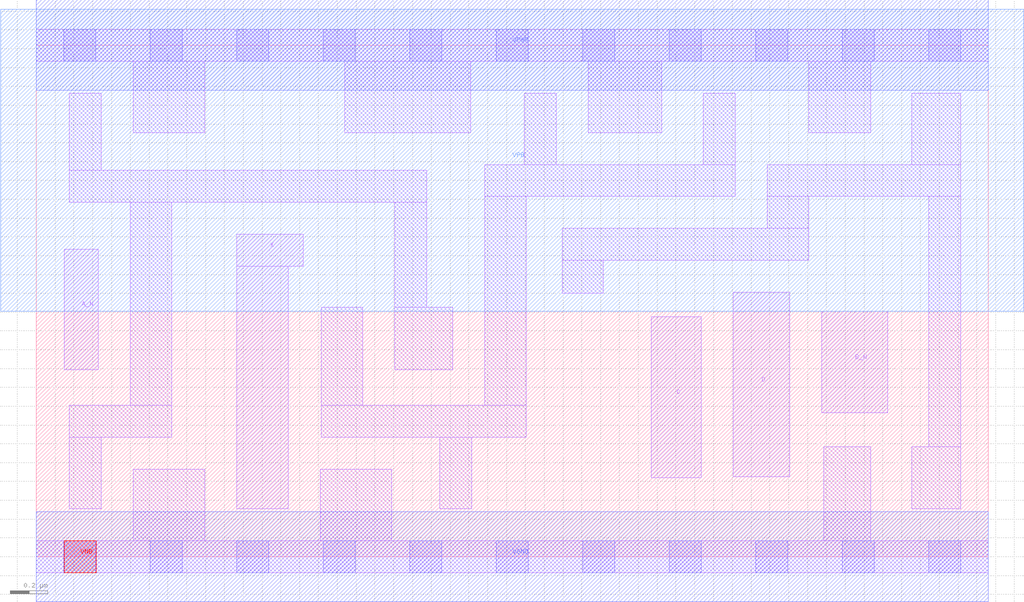
<source format=lef>
# Copyright 2020 The SkyWater PDK Authors
#
# Licensed under the Apache License, Version 2.0 (the "License");
# you may not use this file except in compliance with the License.
# You may obtain a copy of the License at
#
#     https://www.apache.org/licenses/LICENSE-2.0
#
# Unless required by applicable law or agreed to in writing, software
# distributed under the License is distributed on an "AS IS" BASIS,
# WITHOUT WARRANTIES OR CONDITIONS OF ANY KIND, either express or implied.
# See the License for the specific language governing permissions and
# limitations under the License.
#
# SPDX-License-Identifier: Apache-2.0

VERSION 5.7 ;
  NOWIREEXTENSIONATPIN ON ;
  DIVIDERCHAR "/" ;
  BUSBITCHARS "[]" ;
PROPERTYDEFINITIONS
  MACRO maskLayoutSubType STRING ;
  MACRO prCellType STRING ;
  MACRO originalViewName STRING ;
END PROPERTYDEFINITIONS
MACRO sky130_fd_sc_hdll__and4bb_2
  CLASS CORE ;
  FOREIGN sky130_fd_sc_hdll__and4bb_2 ;
  ORIGIN  0.000000  0.000000 ;
  SIZE  5.060000 BY  2.720000 ;
  SYMMETRY X Y R90 ;
  SITE unithd ;
  PIN A_N
    ANTENNAGATEAREA  0.138600 ;
    DIRECTION INPUT ;
    USE SIGNAL ;
    PORT
      LAYER li1 ;
        RECT 0.150000 0.995000 0.330000 1.635000 ;
    END
  END A_N
  PIN B_N
    ANTENNAGATEAREA  0.138600 ;
    DIRECTION INPUT ;
    USE SIGNAL ;
    PORT
      LAYER li1 ;
        RECT 4.175000 0.765000 4.525000 1.305000 ;
    END
  END B_N
  PIN C
    ANTENNAGATEAREA  0.138600 ;
    DIRECTION INPUT ;
    USE SIGNAL ;
    PORT
      LAYER li1 ;
        RECT 3.270000 0.420000 3.535000 1.275000 ;
    END
  END C
  PIN D
    ANTENNAGATEAREA  0.138600 ;
    DIRECTION INPUT ;
    USE SIGNAL ;
    PORT
      LAYER li1 ;
        RECT 3.705000 0.425000 4.005000 1.405000 ;
    END
  END D
  PIN X
    ANTENNADIFFAREA  0.498000 ;
    DIRECTION OUTPUT ;
    USE SIGNAL ;
    PORT
      LAYER li1 ;
        RECT 1.065000 0.255000 1.340000 1.545000 ;
        RECT 1.065000 1.545000 1.420000 1.715000 ;
    END
  END X
  PIN VGND
    DIRECTION INOUT ;
    USE GROUND ;
    PORT
      LAYER met1 ;
        RECT 0.000000 -0.240000 5.060000 0.240000 ;
    END
  END VGND
  PIN VNB
    DIRECTION INOUT ;
    USE GROUND ;
    PORT
      LAYER pwell ;
        RECT 0.150000 -0.085000 0.320000 0.085000 ;
    END
  END VNB
  PIN VPB
    DIRECTION INOUT ;
    USE POWER ;
    PORT
      LAYER nwell ;
        RECT -0.190000 1.305000 5.250000 2.910000 ;
    END
  END VPB
  PIN VPWR
    DIRECTION INOUT ;
    USE POWER ;
    PORT
      LAYER met1 ;
        RECT 0.000000 2.480000 5.060000 2.960000 ;
    END
  END VPWR
  OBS
    LAYER li1 ;
      RECT 0.000000 -0.085000 5.060000 0.085000 ;
      RECT 0.000000  2.635000 5.060000 2.805000 ;
      RECT 0.175000  0.255000 0.345000 0.635000 ;
      RECT 0.175000  0.635000 0.720000 0.805000 ;
      RECT 0.175000  1.885000 2.075000 2.055000 ;
      RECT 0.175000  2.055000 0.345000 2.465000 ;
      RECT 0.500000  0.805000 0.720000 1.885000 ;
      RECT 0.515000  0.085000 0.895000 0.465000 ;
      RECT 0.515000  2.255000 0.895000 2.635000 ;
      RECT 1.510000  0.085000 1.890000 0.465000 ;
      RECT 1.515000  0.635000 2.605000 0.805000 ;
      RECT 1.515000  0.805000 1.735000 1.325000 ;
      RECT 1.640000  2.255000 2.310000 2.635000 ;
      RECT 1.905000  0.995000 2.215000 1.325000 ;
      RECT 1.905000  1.325000 2.075000 1.885000 ;
      RECT 2.145000  0.255000 2.315000 0.635000 ;
      RECT 2.385000  0.805000 2.605000 1.915000 ;
      RECT 2.385000  1.915000 3.715000 2.085000 ;
      RECT 2.595000  2.085000 2.765000 2.465000 ;
      RECT 2.795000  1.400000 3.015000 1.575000 ;
      RECT 2.795000  1.575000 4.105000 1.745000 ;
      RECT 2.935000  2.255000 3.325000 2.635000 ;
      RECT 3.545000  2.085000 3.715000 2.465000 ;
      RECT 3.885000  1.745000 4.105000 1.915000 ;
      RECT 3.885000  1.915000 4.915000 2.085000 ;
      RECT 4.105000  2.255000 4.435000 2.635000 ;
      RECT 4.185000  0.085000 4.435000 0.585000 ;
      RECT 4.655000  0.255000 4.915000 0.585000 ;
      RECT 4.655000  2.085000 4.915000 2.465000 ;
      RECT 4.745000  0.585000 4.915000 1.915000 ;
    LAYER mcon ;
      RECT 0.145000 -0.085000 0.315000 0.085000 ;
      RECT 0.145000  2.635000 0.315000 2.805000 ;
      RECT 0.605000 -0.085000 0.775000 0.085000 ;
      RECT 0.605000  2.635000 0.775000 2.805000 ;
      RECT 1.065000 -0.085000 1.235000 0.085000 ;
      RECT 1.065000  2.635000 1.235000 2.805000 ;
      RECT 1.525000 -0.085000 1.695000 0.085000 ;
      RECT 1.525000  2.635000 1.695000 2.805000 ;
      RECT 1.985000 -0.085000 2.155000 0.085000 ;
      RECT 1.985000  2.635000 2.155000 2.805000 ;
      RECT 2.445000 -0.085000 2.615000 0.085000 ;
      RECT 2.445000  2.635000 2.615000 2.805000 ;
      RECT 2.905000 -0.085000 3.075000 0.085000 ;
      RECT 2.905000  2.635000 3.075000 2.805000 ;
      RECT 3.365000 -0.085000 3.535000 0.085000 ;
      RECT 3.365000  2.635000 3.535000 2.805000 ;
      RECT 3.825000 -0.085000 3.995000 0.085000 ;
      RECT 3.825000  2.635000 3.995000 2.805000 ;
      RECT 4.285000 -0.085000 4.455000 0.085000 ;
      RECT 4.285000  2.635000 4.455000 2.805000 ;
      RECT 4.745000 -0.085000 4.915000 0.085000 ;
      RECT 4.745000  2.635000 4.915000 2.805000 ;
  END
  PROPERTY maskLayoutSubType "abstract" ;
  PROPERTY prCellType "standard" ;
  PROPERTY originalViewName "layout" ;
END sky130_fd_sc_hdll__and4bb_2
END LIBRARY

</source>
